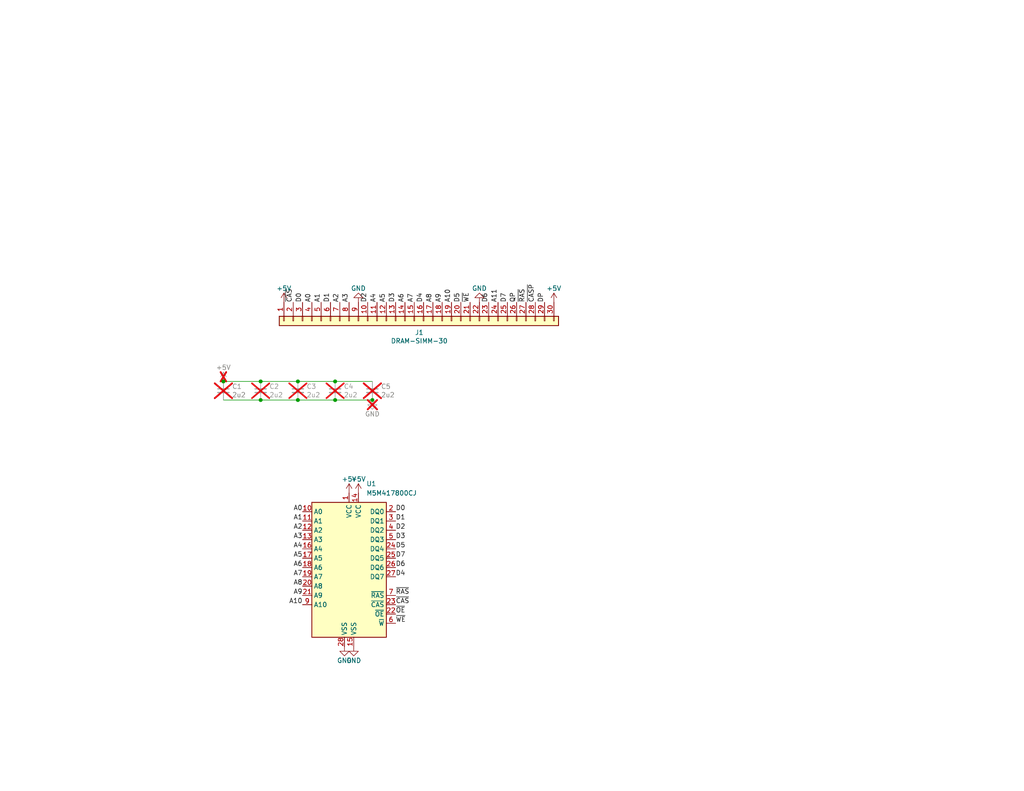
<source format=kicad_sch>
(kicad_sch (version 20250114) (generator "eeschema") (generator_version "9.0")
  (paper "USLetter")
  (title_block (title "GW4190A") (date "2021-06-19") (rev "2.0") (company "Garrett's Workshop"))
  (lib_symbols
    (symbol "Connector_Generic:Conn_01x30" (pin_names (offset 1.016) (hide yes))
      (property "Reference" "J" (at 0 38.1 0))
      (property "Value" "Conn_01x30" (at 0 -40.64 0))
      (symbol "Conn_01x30_1_1"
        (rectangle (start -1.27 36.83) (end 1.27 -39.37) (stroke (width 0.254)) (fill (type background)))
        (rectangle (start -1.27 35.687) (end 0 35.433) (stroke (width 0.1524)))
        (rectangle (start -1.27 33.147) (end 0 32.893) (stroke (width 0.1524)))
        (rectangle (start -1.27 30.607) (end 0 30.353) (stroke (width 0.1524)))
        (rectangle (start -1.27 28.067) (end 0 27.813) (stroke (width 0.1524)))
        (rectangle (start -1.27 25.527) (end 0 25.273) (stroke (width 0.1524)))
        (rectangle (start -1.27 22.987) (end 0 22.733) (stroke (width 0.1524)))
        (rectangle (start -1.27 20.447) (end 0 20.193) (stroke (width 0.1524)))
        (rectangle (start -1.27 17.907) (end 0 17.653) (stroke (width 0.1524)))
        (rectangle (start -1.27 15.367) (end 0 15.113) (stroke (width 0.1524)))
        (rectangle (start -1.27 12.827) (end 0 12.573) (stroke (width 0.1524)))
        (rectangle (start -1.27 10.287) (end 0 10.033) (stroke (width 0.1524)))
        (rectangle (start -1.27 7.747) (end 0 7.493) (stroke (width 0.1524)))
        (rectangle (start -1.27 5.207) (end 0 4.953) (stroke (width 0.1524)))
        (rectangle (start -1.27 2.667) (end 0 2.413) (stroke (width 0.1524)))
        (rectangle (start -1.27 0.127) (end 0 -0.127) (stroke (width 0.1524)))
        (rectangle (start -1.27 -2.413) (end 0 -2.667) (stroke (width 0.1524)))
        (rectangle (start -1.27 -4.953) (end 0 -5.207) (stroke (width 0.1524)))
        (rectangle (start -1.27 -7.493) (end 0 -7.747) (stroke (width 0.1524)))
        (rectangle (start -1.27 -10.033) (end 0 -10.287) (stroke (width 0.1524)))
        (rectangle (start -1.27 -12.573) (end 0 -12.827) (stroke (width 0.1524)))
        (rectangle (start -1.27 -15.113) (end 0 -15.367) (stroke (width 0.1524)))
        (rectangle (start -1.27 -17.653) (end 0 -17.907) (stroke (width 0.1524)))
        (rectangle (start -1.27 -20.193) (end 0 -20.447) (stroke (width 0.1524)))
        (rectangle (start -1.27 -22.733) (end 0 -22.987) (stroke (width 0.1524)))
        (rectangle (start -1.27 -25.273) (end 0 -25.527) (stroke (width 0.1524)))
        (rectangle (start -1.27 -27.813) (end 0 -28.067) (stroke (width 0.1524)))
        (rectangle (start -1.27 -30.353) (end 0 -30.607) (stroke (width 0.1524)))
        (rectangle (start -1.27 -32.893) (end 0 -33.147) (stroke (width 0.1524)))
        (rectangle (start -1.27 -35.433) (end 0 -35.687) (stroke (width 0.1524)))
        (rectangle (start -1.27 -37.973) (end 0 -38.227) (stroke (width 0.1524)))
        (pin passive line (at -5.08 35.56 0) (length 3.81) (name "Pin_1") (number "1"))
        (pin passive line (at -5.08 33.02 0) (length 3.81) (name "Pin_2") (number "2"))
        (pin passive line (at -5.08 30.48 0) (length 3.81) (name "Pin_3") (number "3"))
        (pin passive line (at -5.08 27.94 0) (length 3.81) (name "Pin_4") (number "4"))
        (pin passive line (at -5.08 25.4 0) (length 3.81) (name "Pin_5") (number "5"))
        (pin passive line (at -5.08 22.86 0) (length 3.81) (name "Pin_6") (number "6"))
        (pin passive line (at -5.08 20.32 0) (length 3.81) (name "Pin_7") (number "7"))
        (pin passive line (at -5.08 17.78 0) (length 3.81) (name "Pin_8") (number "8"))
        (pin passive line (at -5.08 15.24 0) (length 3.81) (name "Pin_9") (number "9"))
        (pin passive line (at -5.08 12.7 0) (length 3.81) (name "Pin_10") (number "10"))
        (pin passive line (at -5.08 10.16 0) (length 3.81) (name "Pin_11") (number "11"))
        (pin passive line (at -5.08 7.62 0) (length 3.81) (name "Pin_12") (number "12"))
        (pin passive line (at -5.08 5.08 0) (length 3.81) (name "Pin_13") (number "13"))
        (pin passive line (at -5.08 2.54 0) (length 3.81) (name "Pin_14") (number "14"))
        (pin passive line (at -5.08 0 0) (length 3.81) (name "Pin_15") (number "15"))
        (pin passive line (at -5.08 -2.54 0) (length 3.81) (name "Pin_16") (number "16"))
        (pin passive line (at -5.08 -5.08 0) (length 3.81) (name "Pin_17") (number "17"))
        (pin passive line (at -5.08 -7.62 0) (length 3.81) (name "Pin_18") (number "18"))
        (pin passive line (at -5.08 -10.16 0) (length 3.81) (name "Pin_19") (number "19"))
        (pin passive line (at -5.08 -12.7 0) (length 3.81) (name "Pin_20") (number "20"))
        (pin passive line (at -5.08 -15.24 0) (length 3.81) (name "Pin_21") (number "21"))
        (pin passive line (at -5.08 -17.78 0) (length 3.81) (name "Pin_22") (number "22"))
        (pin passive line (at -5.08 -20.32 0) (length 3.81) (name "Pin_23") (number "23"))
        (pin passive line (at -5.08 -22.86 0) (length 3.81) (name "Pin_24") (number "24"))
        (pin passive line (at -5.08 -25.4 0) (length 3.81) (name "Pin_25") (number "25"))
        (pin passive line (at -5.08 -27.94 0) (length 3.81) (name "Pin_26") (number "26"))
        (pin passive line (at -5.08 -30.48 0) (length 3.81) (name "Pin_27") (number "27"))
        (pin passive line (at -5.08 -33.02 0) (length 3.81) (name "Pin_28") (number "28"))
        (pin passive line (at -5.08 -35.56 0) (length 3.81) (name "Pin_29") (number "29"))
        (pin passive line (at -5.08 -38.1 0) (length 3.81) (name "Pin_30") (number "30"))
      )
    )
    (symbol "Device:C_Small" (pin_numbers (hide yes)) (pin_names (offset 0.254) (hide yes))
      (property "Reference" "C" (at 0.254 1.778 0))
      (property "Value" "C_Small" (at 0.254 -2.032 0))
      (symbol "C_Small_0_1"
        (polyline (pts (xy -1.524 0.508) (xy 1.524 0.508)) (stroke (width 0.3048)))
        (polyline (pts (xy -1.524 -0.508) (xy 1.524 -0.508)) (stroke (width 0.3302)))
      )
      (symbol "C_Small_1_1"
        (pin passive line (at 0 2.54 270) (length 2.032) (name "~") (number "1"))
        (pin passive line (at 0 -2.54 90) (length 2.032) (name "~") (number "2"))
      )
    )
    (symbol "Memory_RAM:M5M717800CJ-6"
      (property "Reference" "U1" (at 4.6833 30.48 0))
      (property "Value" "M5M417800CJ" (at 4.6833 27.94 0))
      (symbol "M5M717800CJ-6_0_0"
        (pin power_in line (at -1.27 -13.97 90) (length 2.54) (name "VSS") (number "28"))
        (pin power_in line (at 0 27.94 270) (length 2.54) (name "VCC") (number "1"))
        (pin power_in line (at 1.27 -13.97 90) (length 2.54) (name "VSS") (number "15"))
        (pin power_in line (at 2.54 27.94 270) (length 2.54) (name "VCC") (number "14"))
      )
      (symbol "M5M717800CJ-6_1_0"
        (pin input line (at 12.7 0 180) (length 2.54) (name "~{RAS}") (number "7"))
        (pin no_connect non_logic (at 12.7 -10.16 180) (length 2.54) (hide yes) (name "NC") (number "8"))
      )
      (symbol "M5M717800CJ-6_1_1"
        (rectangle (start -10.16 25.4) (end 10.16 -11.43) (stroke (width 0.254)) (fill (type background)))
        (pin input line (at -12.7 22.86 0) (length 2.54) (name "A0") (number "10"))
        (pin input line (at -12.7 20.32 0) (length 2.54) (name "A1") (number "11"))
        (pin input line (at -12.7 17.78 0) (length 2.54) (name "A2") (number "12"))
        (pin input line (at -12.7 15.24 0) (length 2.54) (name "A3") (number "13"))
        (pin input line (at -12.7 12.7 0) (length 2.54) (name "A4") (number "16"))
        (pin input line (at -12.7 10.16 0) (length 2.54) (name "A5") (number "17"))
        (pin input line (at -12.7 7.62 0) (length 2.54) (name "A6") (number "18"))
        (pin input line (at -12.7 5.08 0) (length 2.54) (name "A7") (number "19"))
        (pin input line (at -12.7 2.54 0) (length 2.54) (name "A8") (number "20"))
        (pin input line (at -12.7 0 0) (length 2.54) (name "A9") (number "21"))
        (pin input line (at -12.7 -2.54 0) (length 2.54) (name "A10") (number "9"))
        (pin tri_state line (at 12.7 22.86 180) (length 2.54) (name "DQ0") (number "2"))
        (pin tri_state line (at 12.7 20.32 180) (length 2.54) (name "DQ1") (number "3"))
        (pin tri_state line (at 12.7 17.78 180) (length 2.54) (name "DQ2") (number "4"))
        (pin tri_state line (at 12.7 15.24 180) (length 2.54) (name "DQ3") (number "5"))
        (pin tri_state line (at 12.7 12.7 180) (length 2.54) (name "DQ4") (number "24"))
        (pin tri_state line (at 12.7 10.16 180) (length 2.54) (name "DQ5") (number "25"))
        (pin tri_state line (at 12.7 7.62 180) (length 2.54) (name "DQ6") (number "26"))
        (pin tri_state line (at 12.7 5.08 180) (length 2.54) (name "DQ7") (number "27"))
        (pin input line (at 12.7 -2.54 180) (length 2.54) (name "~{CAS}") (number "23"))
        (pin input line (at 12.7 -5.08 180) (length 2.54) (name "~{OE}") (number "22"))
        (pin input line (at 12.7 -7.62 180) (length 2.54) (name "~{W}") (number "6"))
      )
    )
    (symbol "power:+5V" (power) (pin_names (offset 0))
      (property "Value" "+5V" (at 0 3.556 0))
      (symbol "+5V_0_1"
        (polyline (pts (xy -0.762 1.27) (xy 0 2.54)))
        (polyline (pts (xy 0 2.54) (xy 0.762 1.27)))
        (polyline (pts (xy 0 0) (xy 0 2.54)))
      )
      (symbol "+5V_1_1"
        (pin power_in line (at 0 0 90) (length 0) (hide yes) (name "+5V") (number "1"))
      )
    )
    (symbol "power:GND" (power) (pin_names (offset 0))
      (property "Value" "GND" (at 0 -3.81 0))
      (symbol "GND_0_1"
        (polyline (pts (xy 0 0) (xy 0 -1.27) (xy 1.27 -1.27) (xy 0 -2.54) (xy -1.27 -1.27) (xy 0 -1.27)))
      )
      (symbol "GND_1_1"
        (pin power_in line (at 0 0 270) (length 0) (hide yes) (name "GND") (number "1"))
      )
    )
  )
  (junction (at 91.44 109.22))
  (junction (at 81.28 104.14))
  (junction (at 101.6 109.22))
  (junction (at 71.12 109.22))
  (junction (at 71.12 104.14))
  (junction (at 91.44 104.14))
  (junction (at 60.96 104.14))
  (junction (at 81.28 109.22))
  (wire (pts (xy 91.44 109.22) (xy 101.6 109.22)))
  (wire (pts (xy 71.12 109.22) (xy 81.28 109.22)))
  (wire (pts (xy 71.12 109.22) (xy 60.96 109.22)))
  (wire (pts (xy 81.28 109.22) (xy 91.44 109.22)))
  (wire (pts (xy 91.44 104.14) (xy 81.28 104.14)))
  (wire (pts (xy 101.6 104.14) (xy 91.44 104.14)))
  (wire (pts (xy 60.96 104.14) (xy 71.12 104.14)))
  (wire (pts (xy 81.28 104.14) (xy 71.12 104.14)))
  (label "D7" (at 138.43 82.55 90))
  (label "D6" (at 107.95 154.94 0))
  (label "~{WE}" (at 128.27 82.55 90))
  (label "QP" (at 140.97 82.55 90))
  (label "A1" (at 87.63 82.55 90))
  (label "D3" (at 107.95 147.32 0))
  (label "A10" (at 82.55 165.1 180))
  (label "A0" (at 82.55 139.7 180))
  (label "A5" (at 82.55 152.4 180))
  (label "D0" (at 107.95 139.7 0))
  (label "A8" (at 82.55 160.02 180))
  (label "A6" (at 110.49 82.55 90))
  (label "A10" (at 123.19 82.55 90))
  (label "A4" (at 102.87 82.55 90))
  (label "~{CAS}" (at 80.01 82.55 90))
  (label "A1" (at 82.55 142.24 180))
  (label "D5" (at 107.95 149.86 0))
  (label "~{RAS}" (at 143.51 82.55 90))
  (label "D1" (at 90.17 82.55 90))
  (label "A0" (at 85.09 82.55 90))
  (label "~{CASP}" (at 146.05 82.55 90))
  (label "A7" (at 82.55 157.48 180))
  (label "~{WE}" (at 107.95 170.18 0))
  (label "A7" (at 113.03 82.55 90))
  (label "DP" (at 148.59 82.55 90))
  (label "A11" (at 135.89 82.55 90))
  (label "~{RAS}" (at 107.95 162.56 0))
  (label "A3" (at 82.55 147.32 180))
  (label "~{CAS}" (at 107.95 165.1 0))
  (label "D2" (at 107.95 144.78 0))
  (label "A5" (at 105.41 82.55 90))
  (label "A2" (at 82.55 144.78 180))
  (label "D4" (at 107.95 157.48 0))
  (label "D2" (at 100.33 82.55 90))
  (label "A2" (at 92.71 82.55 90))
  (label "A8" (at 118.11 82.55 90))
  (label "D4" (at 115.57 82.55 90))
  (label "D1" (at 107.95 142.24 0))
  (label "A9" (at 120.65 82.55 90))
  (label "D6" (at 133.35 82.55 90))
  (label "D5" (at 125.73 82.55 90))
  (label "~{OE}" (at 107.95 167.64 0))
  (label "A3" (at 95.25 82.55 90))
  (label "D3" (at 107.95 82.55 90))
  (label "D7" (at 107.95 152.4 0))
  (label "A4" (at 82.55 149.86 180))
  (label "A9" (at 82.55 162.56 180))
  (label "A6" (at 82.55 154.94 180))
  (label "D0" (at 82.55 82.55 90))
  (symbol (lib_id "Connector_Generic:Conn_01x30") (at 113.03 87.63 90) (mirror x) (unit 1)
    (property "Reference" "J1" (at 114.4016 90.7796 90))
    (property "Value" "DRAM-SIMM-30" (at 114.4016 93.091 90))
    (property "Footprint" "stdpads:SIMM-30_Edge" (effects (hide yes)))
  )
  (symbol (lib_id "power:+5V") (at 151.13 82.55 0) (unit 1)
    (property "Reference" "#PWR0101" (effects (hide yes)))
    (property "Value" "+5V" (at 151.13 78.74 0))
  )
  (symbol (lib_id "power:+5V") (at 77.47 82.55 0) (unit 1)
    (property "Reference" "#PWR0102" (effects (hide yes)))
    (property "Value" "+5V" (at 77.47 78.74 0))
  )
  (symbol (lib_id "power:GND") (at 130.81 82.55 180) (unit 1)
    (property "Reference" "#PWR0103" (effects (hide yes)))
    (property "Value" "GND" (at 130.81 78.74 0))
  )
  (symbol (lib_id "power:GND") (at 97.79 82.55 180) (unit 1)
    (property "Reference" "#PWR0104" (effects (hide yes)))
    (property "Value" "GND" (at 97.79 78.74 0))
  )
  (symbol (lib_id "Device:C_Small") (at 60.96 106.68 0) (unit 1) (dnp yes)
    (property "Reference" "C1" (at 63.2968 105.5116 0) (effects (justify left)))
    (property "Value" "2u2" (at 63.2968 107.823 0) (effects (justify left)))
    (property "Footprint" "stdpads:C_0805" (effects (hide yes)))
  )
  (symbol (lib_id "Device:C_Small") (at 71.12 106.68 0) (unit 1) (dnp yes)
    (property "Reference" "C2" (at 73.4568 105.5116 0) (effects (justify left)))
    (property "Value" "2u2" (at 73.4568 107.823 0) (effects (justify left)))
    (property "Footprint" "stdpads:C_0805" (effects (hide yes)))
  )
  (symbol (lib_id "power:+5V") (at 60.96 104.14 0) (unit 1) (dnp yes)
    (property "Reference" "#PWR0113" (effects (hide yes)))
    (property "Value" "+5V" (at 60.96 100.33 0))
  )
  (symbol (lib_id "Device:C_Small") (at 81.28 106.68 0) (unit 1) (dnp yes)
    (property "Reference" "C3" (at 83.6168 105.5116 0) (effects (justify left)))
    (property "Value" "2u2" (at 83.6168 107.823 0) (effects (justify left)))
    (property "Footprint" "stdpads:C_0805" (effects (hide yes)))
  )
  (symbol (lib_id "Device:C_Small") (at 91.44 106.68 0) (unit 1) (dnp yes)
    (property "Reference" "C4" (at 93.7768 105.5116 0) (effects (justify left)))
    (property "Value" "2u2" (at 93.7768 107.823 0) (effects (justify left)))
    (property "Footprint" "stdpads:C_0805" (effects (hide yes)))
  )
  (symbol (lib_id "power:GND") (at 93.98 176.53 0) (unit 1)
    (property "Reference" "#PWR0105" (effects (hide yes)))
    (property "Value" "GND" (at 93.98 180.34 0))
  )
  (symbol (lib_id "power:+5V") (at 95.25 134.62 0) (unit 1)
    (property "Reference" "#PWR0106" (effects (hide yes)))
    (property "Value" "+5V" (at 95.25 130.81 0))
  )
  (symbol (lib_id "power:GND") (at 96.52 176.53 0) (unit 1)
    (property "Reference" "#PWR0108" (effects (hide yes)))
    (property "Value" "GND" (at 96.52 180.34 0))
  )
  (symbol (lib_id "power:+5V") (at 97.79 134.62 0) (unit 1)
    (property "Reference" "#PWR0109" (effects (hide yes)))
    (property "Value" "+5V" (at 97.79 130.81 0))
  )
  (symbol (lib_id "power:GND") (at 101.6 109.22 0) (unit 1) (dnp yes)
    (property "Reference" "#PWR0110" (effects (hide yes)))
    (property "Value" "GND" (at 101.6 113.03 0))
  )
  (symbol (lib_id "Device:C_Small") (at 101.6 106.68 0) (unit 1) (dnp yes)
    (property "Reference" "C5" (at 103.9368 105.5116 0) (effects (justify left)))
    (property "Value" "2u2" (at 103.9368 107.823 0) (effects (justify left)))
    (property "Footprint" "stdpads:C_0805" (effects (hide yes)))
  )
  (symbol (lib_id "Memory_RAM:M5M717800CJ-6") (at 95.25 162.56 0) (unit 1)
    (property "Reference" "U1" (at 99.9333 132.08 0) (effects (justify left)))
    (property "Value" "M5M417800CJ" (at 99.9333 134.62 0) (effects (justify left)))
    (property "Footprint" "Package_SO:SOJ-28_10.16x18.415mm_P1.27mm" (effects (hide yes)))
    (property "Description" "2M x 8 DRAM (Fast Page)" (effects (hide yes)))
  )
)
</source>
